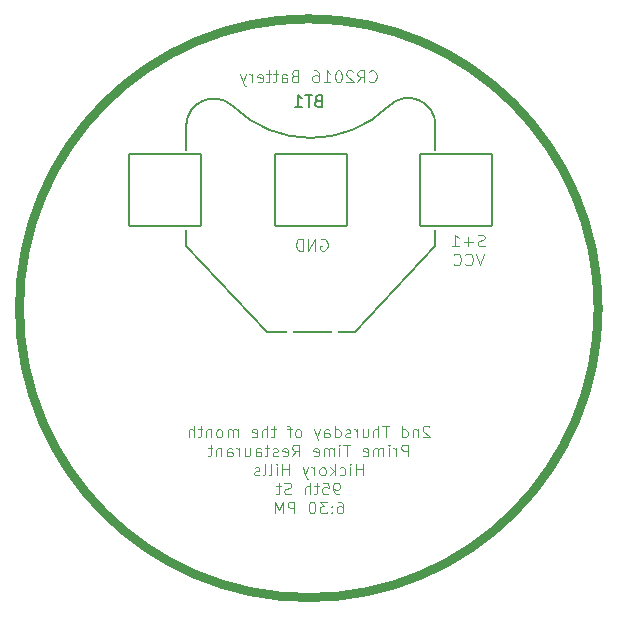
<source format=gbr>
G04 #@! TF.GenerationSoftware,KiCad,Pcbnew,8.0.6*
G04 #@! TF.CreationDate,2024-12-20T00:16:52-06:00*
G04 #@! TF.ProjectId,BCoin2024,42436f69-6e32-4303-9234-2e6b69636164,rev?*
G04 #@! TF.SameCoordinates,Original*
G04 #@! TF.FileFunction,Legend,Bot*
G04 #@! TF.FilePolarity,Positive*
%FSLAX46Y46*%
G04 Gerber Fmt 4.6, Leading zero omitted, Abs format (unit mm)*
G04 Created by KiCad (PCBNEW 8.0.6) date 2024-12-20 00:16:52*
%MOMM*%
%LPD*%
G01*
G04 APERTURE LIST*
G04 Aperture macros list*
%AMRoundRect*
0 Rectangle with rounded corners*
0 $1 Rounding radius*
0 $2 $3 $4 $5 $6 $7 $8 $9 X,Y pos of 4 corners*
0 Add a 4 corners polygon primitive as box body*
4,1,4,$2,$3,$4,$5,$6,$7,$8,$9,$2,$3,0*
0 Add four circle primitives for the rounded corners*
1,1,$1+$1,$2,$3*
1,1,$1+$1,$4,$5*
1,1,$1+$1,$6,$7*
1,1,$1+$1,$8,$9*
0 Add four rect primitives between the rounded corners*
20,1,$1+$1,$2,$3,$4,$5,0*
20,1,$1+$1,$4,$5,$6,$7,0*
20,1,$1+$1,$6,$7,$8,$9,0*
20,1,$1+$1,$8,$9,$2,$3,0*%
G04 Aperture macros list end*
%ADD10C,0.800000*%
%ADD11C,0.100000*%
%ADD12C,0.125000*%
%ADD13C,0.150000*%
%ADD14C,0.127000*%
%ADD15RoundRect,0.102000X3.035000X3.035000X-3.035000X3.035000X-3.035000X-3.035000X3.035000X-3.035000X0*%
%ADD16C,0.600000*%
G04 APERTURE END LIST*
D10*
X159000000Y-90000000D02*
G75*
G02*
X110000000Y-90000000I-24500000J0D01*
G01*
X110000000Y-90000000D02*
G75*
G02*
X159000000Y-90000000I24500000J0D01*
G01*
D11*
X149380951Y-84714856D02*
X149238094Y-84762475D01*
X149238094Y-84762475D02*
X148999999Y-84762475D01*
X148999999Y-84762475D02*
X148904761Y-84714856D01*
X148904761Y-84714856D02*
X148857142Y-84667236D01*
X148857142Y-84667236D02*
X148809523Y-84571998D01*
X148809523Y-84571998D02*
X148809523Y-84476760D01*
X148809523Y-84476760D02*
X148857142Y-84381522D01*
X148857142Y-84381522D02*
X148904761Y-84333903D01*
X148904761Y-84333903D02*
X148999999Y-84286284D01*
X148999999Y-84286284D02*
X149190475Y-84238665D01*
X149190475Y-84238665D02*
X149285713Y-84191046D01*
X149285713Y-84191046D02*
X149333332Y-84143427D01*
X149333332Y-84143427D02*
X149380951Y-84048189D01*
X149380951Y-84048189D02*
X149380951Y-83952951D01*
X149380951Y-83952951D02*
X149333332Y-83857713D01*
X149333332Y-83857713D02*
X149285713Y-83810094D01*
X149285713Y-83810094D02*
X149190475Y-83762475D01*
X149190475Y-83762475D02*
X148952380Y-83762475D01*
X148952380Y-83762475D02*
X148809523Y-83810094D01*
X148380951Y-84381522D02*
X147619047Y-84381522D01*
X147999999Y-84762475D02*
X147999999Y-84000570D01*
X146619047Y-84762475D02*
X147190475Y-84762475D01*
X146904761Y-84762475D02*
X146904761Y-83762475D01*
X146904761Y-83762475D02*
X146999999Y-83905332D01*
X146999999Y-83905332D02*
X147095237Y-84000570D01*
X147095237Y-84000570D02*
X147190475Y-84048189D01*
X149333332Y-85372419D02*
X148999999Y-86372419D01*
X148999999Y-86372419D02*
X148666666Y-85372419D01*
X147761904Y-86277180D02*
X147809523Y-86324800D01*
X147809523Y-86324800D02*
X147952380Y-86372419D01*
X147952380Y-86372419D02*
X148047618Y-86372419D01*
X148047618Y-86372419D02*
X148190475Y-86324800D01*
X148190475Y-86324800D02*
X148285713Y-86229561D01*
X148285713Y-86229561D02*
X148333332Y-86134323D01*
X148333332Y-86134323D02*
X148380951Y-85943847D01*
X148380951Y-85943847D02*
X148380951Y-85800990D01*
X148380951Y-85800990D02*
X148333332Y-85610514D01*
X148333332Y-85610514D02*
X148285713Y-85515276D01*
X148285713Y-85515276D02*
X148190475Y-85420038D01*
X148190475Y-85420038D02*
X148047618Y-85372419D01*
X148047618Y-85372419D02*
X147952380Y-85372419D01*
X147952380Y-85372419D02*
X147809523Y-85420038D01*
X147809523Y-85420038D02*
X147761904Y-85467657D01*
X146761904Y-86277180D02*
X146809523Y-86324800D01*
X146809523Y-86324800D02*
X146952380Y-86372419D01*
X146952380Y-86372419D02*
X147047618Y-86372419D01*
X147047618Y-86372419D02*
X147190475Y-86324800D01*
X147190475Y-86324800D02*
X147285713Y-86229561D01*
X147285713Y-86229561D02*
X147333332Y-86134323D01*
X147333332Y-86134323D02*
X147380951Y-85943847D01*
X147380951Y-85943847D02*
X147380951Y-85800990D01*
X147380951Y-85800990D02*
X147333332Y-85610514D01*
X147333332Y-85610514D02*
X147285713Y-85515276D01*
X147285713Y-85515276D02*
X147190475Y-85420038D01*
X147190475Y-85420038D02*
X147047618Y-85372419D01*
X147047618Y-85372419D02*
X146952380Y-85372419D01*
X146952380Y-85372419D02*
X146809523Y-85420038D01*
X146809523Y-85420038D02*
X146761904Y-85467657D01*
X135511904Y-84170038D02*
X135607142Y-84122419D01*
X135607142Y-84122419D02*
X135749999Y-84122419D01*
X135749999Y-84122419D02*
X135892856Y-84170038D01*
X135892856Y-84170038D02*
X135988094Y-84265276D01*
X135988094Y-84265276D02*
X136035713Y-84360514D01*
X136035713Y-84360514D02*
X136083332Y-84550990D01*
X136083332Y-84550990D02*
X136083332Y-84693847D01*
X136083332Y-84693847D02*
X136035713Y-84884323D01*
X136035713Y-84884323D02*
X135988094Y-84979561D01*
X135988094Y-84979561D02*
X135892856Y-85074800D01*
X135892856Y-85074800D02*
X135749999Y-85122419D01*
X135749999Y-85122419D02*
X135654761Y-85122419D01*
X135654761Y-85122419D02*
X135511904Y-85074800D01*
X135511904Y-85074800D02*
X135464285Y-85027180D01*
X135464285Y-85027180D02*
X135464285Y-84693847D01*
X135464285Y-84693847D02*
X135654761Y-84693847D01*
X135035713Y-85122419D02*
X135035713Y-84122419D01*
X135035713Y-84122419D02*
X134464285Y-85122419D01*
X134464285Y-85122419D02*
X134464285Y-84122419D01*
X133988094Y-85122419D02*
X133988094Y-84122419D01*
X133988094Y-84122419D02*
X133749999Y-84122419D01*
X133749999Y-84122419D02*
X133607142Y-84170038D01*
X133607142Y-84170038D02*
X133511904Y-84265276D01*
X133511904Y-84265276D02*
X133464285Y-84360514D01*
X133464285Y-84360514D02*
X133416666Y-84550990D01*
X133416666Y-84550990D02*
X133416666Y-84693847D01*
X133416666Y-84693847D02*
X133464285Y-84884323D01*
X133464285Y-84884323D02*
X133511904Y-84979561D01*
X133511904Y-84979561D02*
X133607142Y-85074800D01*
X133607142Y-85074800D02*
X133749999Y-85122419D01*
X133749999Y-85122419D02*
X133988094Y-85122419D01*
D12*
X139619048Y-70775880D02*
X139666667Y-70823500D01*
X139666667Y-70823500D02*
X139809524Y-70871119D01*
X139809524Y-70871119D02*
X139904762Y-70871119D01*
X139904762Y-70871119D02*
X140047619Y-70823500D01*
X140047619Y-70823500D02*
X140142857Y-70728261D01*
X140142857Y-70728261D02*
X140190476Y-70633023D01*
X140190476Y-70633023D02*
X140238095Y-70442547D01*
X140238095Y-70442547D02*
X140238095Y-70299690D01*
X140238095Y-70299690D02*
X140190476Y-70109214D01*
X140190476Y-70109214D02*
X140142857Y-70013976D01*
X140142857Y-70013976D02*
X140047619Y-69918738D01*
X140047619Y-69918738D02*
X139904762Y-69871119D01*
X139904762Y-69871119D02*
X139809524Y-69871119D01*
X139809524Y-69871119D02*
X139666667Y-69918738D01*
X139666667Y-69918738D02*
X139619048Y-69966357D01*
X138619048Y-70871119D02*
X138952381Y-70394928D01*
X139190476Y-70871119D02*
X139190476Y-69871119D01*
X139190476Y-69871119D02*
X138809524Y-69871119D01*
X138809524Y-69871119D02*
X138714286Y-69918738D01*
X138714286Y-69918738D02*
X138666667Y-69966357D01*
X138666667Y-69966357D02*
X138619048Y-70061595D01*
X138619048Y-70061595D02*
X138619048Y-70204452D01*
X138619048Y-70204452D02*
X138666667Y-70299690D01*
X138666667Y-70299690D02*
X138714286Y-70347309D01*
X138714286Y-70347309D02*
X138809524Y-70394928D01*
X138809524Y-70394928D02*
X139190476Y-70394928D01*
X138238095Y-69966357D02*
X138190476Y-69918738D01*
X138190476Y-69918738D02*
X138095238Y-69871119D01*
X138095238Y-69871119D02*
X137857143Y-69871119D01*
X137857143Y-69871119D02*
X137761905Y-69918738D01*
X137761905Y-69918738D02*
X137714286Y-69966357D01*
X137714286Y-69966357D02*
X137666667Y-70061595D01*
X137666667Y-70061595D02*
X137666667Y-70156833D01*
X137666667Y-70156833D02*
X137714286Y-70299690D01*
X137714286Y-70299690D02*
X138285714Y-70871119D01*
X138285714Y-70871119D02*
X137666667Y-70871119D01*
X137047619Y-69871119D02*
X136952381Y-69871119D01*
X136952381Y-69871119D02*
X136857143Y-69918738D01*
X136857143Y-69918738D02*
X136809524Y-69966357D01*
X136809524Y-69966357D02*
X136761905Y-70061595D01*
X136761905Y-70061595D02*
X136714286Y-70252071D01*
X136714286Y-70252071D02*
X136714286Y-70490166D01*
X136714286Y-70490166D02*
X136761905Y-70680642D01*
X136761905Y-70680642D02*
X136809524Y-70775880D01*
X136809524Y-70775880D02*
X136857143Y-70823500D01*
X136857143Y-70823500D02*
X136952381Y-70871119D01*
X136952381Y-70871119D02*
X137047619Y-70871119D01*
X137047619Y-70871119D02*
X137142857Y-70823500D01*
X137142857Y-70823500D02*
X137190476Y-70775880D01*
X137190476Y-70775880D02*
X137238095Y-70680642D01*
X137238095Y-70680642D02*
X137285714Y-70490166D01*
X137285714Y-70490166D02*
X137285714Y-70252071D01*
X137285714Y-70252071D02*
X137238095Y-70061595D01*
X137238095Y-70061595D02*
X137190476Y-69966357D01*
X137190476Y-69966357D02*
X137142857Y-69918738D01*
X137142857Y-69918738D02*
X137047619Y-69871119D01*
X135761905Y-70871119D02*
X136333333Y-70871119D01*
X136047619Y-70871119D02*
X136047619Y-69871119D01*
X136047619Y-69871119D02*
X136142857Y-70013976D01*
X136142857Y-70013976D02*
X136238095Y-70109214D01*
X136238095Y-70109214D02*
X136333333Y-70156833D01*
X134904762Y-69871119D02*
X135095238Y-69871119D01*
X135095238Y-69871119D02*
X135190476Y-69918738D01*
X135190476Y-69918738D02*
X135238095Y-69966357D01*
X135238095Y-69966357D02*
X135333333Y-70109214D01*
X135333333Y-70109214D02*
X135380952Y-70299690D01*
X135380952Y-70299690D02*
X135380952Y-70680642D01*
X135380952Y-70680642D02*
X135333333Y-70775880D01*
X135333333Y-70775880D02*
X135285714Y-70823500D01*
X135285714Y-70823500D02*
X135190476Y-70871119D01*
X135190476Y-70871119D02*
X135000000Y-70871119D01*
X135000000Y-70871119D02*
X134904762Y-70823500D01*
X134904762Y-70823500D02*
X134857143Y-70775880D01*
X134857143Y-70775880D02*
X134809524Y-70680642D01*
X134809524Y-70680642D02*
X134809524Y-70442547D01*
X134809524Y-70442547D02*
X134857143Y-70347309D01*
X134857143Y-70347309D02*
X134904762Y-70299690D01*
X134904762Y-70299690D02*
X135000000Y-70252071D01*
X135000000Y-70252071D02*
X135190476Y-70252071D01*
X135190476Y-70252071D02*
X135285714Y-70299690D01*
X135285714Y-70299690D02*
X135333333Y-70347309D01*
X135333333Y-70347309D02*
X135380952Y-70442547D01*
X133285714Y-70347309D02*
X133142857Y-70394928D01*
X133142857Y-70394928D02*
X133095238Y-70442547D01*
X133095238Y-70442547D02*
X133047619Y-70537785D01*
X133047619Y-70537785D02*
X133047619Y-70680642D01*
X133047619Y-70680642D02*
X133095238Y-70775880D01*
X133095238Y-70775880D02*
X133142857Y-70823500D01*
X133142857Y-70823500D02*
X133238095Y-70871119D01*
X133238095Y-70871119D02*
X133619047Y-70871119D01*
X133619047Y-70871119D02*
X133619047Y-69871119D01*
X133619047Y-69871119D02*
X133285714Y-69871119D01*
X133285714Y-69871119D02*
X133190476Y-69918738D01*
X133190476Y-69918738D02*
X133142857Y-69966357D01*
X133142857Y-69966357D02*
X133095238Y-70061595D01*
X133095238Y-70061595D02*
X133095238Y-70156833D01*
X133095238Y-70156833D02*
X133142857Y-70252071D01*
X133142857Y-70252071D02*
X133190476Y-70299690D01*
X133190476Y-70299690D02*
X133285714Y-70347309D01*
X133285714Y-70347309D02*
X133619047Y-70347309D01*
X132190476Y-70871119D02*
X132190476Y-70347309D01*
X132190476Y-70347309D02*
X132238095Y-70252071D01*
X132238095Y-70252071D02*
X132333333Y-70204452D01*
X132333333Y-70204452D02*
X132523809Y-70204452D01*
X132523809Y-70204452D02*
X132619047Y-70252071D01*
X132190476Y-70823500D02*
X132285714Y-70871119D01*
X132285714Y-70871119D02*
X132523809Y-70871119D01*
X132523809Y-70871119D02*
X132619047Y-70823500D01*
X132619047Y-70823500D02*
X132666666Y-70728261D01*
X132666666Y-70728261D02*
X132666666Y-70633023D01*
X132666666Y-70633023D02*
X132619047Y-70537785D01*
X132619047Y-70537785D02*
X132523809Y-70490166D01*
X132523809Y-70490166D02*
X132285714Y-70490166D01*
X132285714Y-70490166D02*
X132190476Y-70442547D01*
X131857142Y-70204452D02*
X131476190Y-70204452D01*
X131714285Y-69871119D02*
X131714285Y-70728261D01*
X131714285Y-70728261D02*
X131666666Y-70823500D01*
X131666666Y-70823500D02*
X131571428Y-70871119D01*
X131571428Y-70871119D02*
X131476190Y-70871119D01*
X131285713Y-70204452D02*
X130904761Y-70204452D01*
X131142856Y-69871119D02*
X131142856Y-70728261D01*
X131142856Y-70728261D02*
X131095237Y-70823500D01*
X131095237Y-70823500D02*
X130999999Y-70871119D01*
X130999999Y-70871119D02*
X130904761Y-70871119D01*
X130190475Y-70823500D02*
X130285713Y-70871119D01*
X130285713Y-70871119D02*
X130476189Y-70871119D01*
X130476189Y-70871119D02*
X130571427Y-70823500D01*
X130571427Y-70823500D02*
X130619046Y-70728261D01*
X130619046Y-70728261D02*
X130619046Y-70347309D01*
X130619046Y-70347309D02*
X130571427Y-70252071D01*
X130571427Y-70252071D02*
X130476189Y-70204452D01*
X130476189Y-70204452D02*
X130285713Y-70204452D01*
X130285713Y-70204452D02*
X130190475Y-70252071D01*
X130190475Y-70252071D02*
X130142856Y-70347309D01*
X130142856Y-70347309D02*
X130142856Y-70442547D01*
X130142856Y-70442547D02*
X130619046Y-70537785D01*
X129714284Y-70871119D02*
X129714284Y-70204452D01*
X129714284Y-70394928D02*
X129666665Y-70299690D01*
X129666665Y-70299690D02*
X129619046Y-70252071D01*
X129619046Y-70252071D02*
X129523808Y-70204452D01*
X129523808Y-70204452D02*
X129428570Y-70204452D01*
X129190474Y-70204452D02*
X128952379Y-70871119D01*
X128714284Y-70204452D02*
X128952379Y-70871119D01*
X128952379Y-70871119D02*
X129047617Y-71109214D01*
X129047617Y-71109214D02*
X129095236Y-71156833D01*
X129095236Y-71156833D02*
X129190474Y-71204452D01*
D11*
X144714287Y-100027881D02*
X144666668Y-99980262D01*
X144666668Y-99980262D02*
X144571430Y-99932643D01*
X144571430Y-99932643D02*
X144333335Y-99932643D01*
X144333335Y-99932643D02*
X144238097Y-99980262D01*
X144238097Y-99980262D02*
X144190478Y-100027881D01*
X144190478Y-100027881D02*
X144142859Y-100123119D01*
X144142859Y-100123119D02*
X144142859Y-100218357D01*
X144142859Y-100218357D02*
X144190478Y-100361214D01*
X144190478Y-100361214D02*
X144761906Y-100932643D01*
X144761906Y-100932643D02*
X144142859Y-100932643D01*
X143714287Y-100265976D02*
X143714287Y-100932643D01*
X143714287Y-100361214D02*
X143666668Y-100313595D01*
X143666668Y-100313595D02*
X143571430Y-100265976D01*
X143571430Y-100265976D02*
X143428573Y-100265976D01*
X143428573Y-100265976D02*
X143333335Y-100313595D01*
X143333335Y-100313595D02*
X143285716Y-100408833D01*
X143285716Y-100408833D02*
X143285716Y-100932643D01*
X142380954Y-100932643D02*
X142380954Y-99932643D01*
X142380954Y-100885024D02*
X142476192Y-100932643D01*
X142476192Y-100932643D02*
X142666668Y-100932643D01*
X142666668Y-100932643D02*
X142761906Y-100885024D01*
X142761906Y-100885024D02*
X142809525Y-100837404D01*
X142809525Y-100837404D02*
X142857144Y-100742166D01*
X142857144Y-100742166D02*
X142857144Y-100456452D01*
X142857144Y-100456452D02*
X142809525Y-100361214D01*
X142809525Y-100361214D02*
X142761906Y-100313595D01*
X142761906Y-100313595D02*
X142666668Y-100265976D01*
X142666668Y-100265976D02*
X142476192Y-100265976D01*
X142476192Y-100265976D02*
X142380954Y-100313595D01*
X141285715Y-99932643D02*
X140714287Y-99932643D01*
X141000001Y-100932643D02*
X141000001Y-99932643D01*
X140380953Y-100932643D02*
X140380953Y-99932643D01*
X139952382Y-100932643D02*
X139952382Y-100408833D01*
X139952382Y-100408833D02*
X140000001Y-100313595D01*
X140000001Y-100313595D02*
X140095239Y-100265976D01*
X140095239Y-100265976D02*
X140238096Y-100265976D01*
X140238096Y-100265976D02*
X140333334Y-100313595D01*
X140333334Y-100313595D02*
X140380953Y-100361214D01*
X139047620Y-100265976D02*
X139047620Y-100932643D01*
X139476191Y-100265976D02*
X139476191Y-100789785D01*
X139476191Y-100789785D02*
X139428572Y-100885024D01*
X139428572Y-100885024D02*
X139333334Y-100932643D01*
X139333334Y-100932643D02*
X139190477Y-100932643D01*
X139190477Y-100932643D02*
X139095239Y-100885024D01*
X139095239Y-100885024D02*
X139047620Y-100837404D01*
X138571429Y-100932643D02*
X138571429Y-100265976D01*
X138571429Y-100456452D02*
X138523810Y-100361214D01*
X138523810Y-100361214D02*
X138476191Y-100313595D01*
X138476191Y-100313595D02*
X138380953Y-100265976D01*
X138380953Y-100265976D02*
X138285715Y-100265976D01*
X138000000Y-100885024D02*
X137904762Y-100932643D01*
X137904762Y-100932643D02*
X137714286Y-100932643D01*
X137714286Y-100932643D02*
X137619048Y-100885024D01*
X137619048Y-100885024D02*
X137571429Y-100789785D01*
X137571429Y-100789785D02*
X137571429Y-100742166D01*
X137571429Y-100742166D02*
X137619048Y-100646928D01*
X137619048Y-100646928D02*
X137714286Y-100599309D01*
X137714286Y-100599309D02*
X137857143Y-100599309D01*
X137857143Y-100599309D02*
X137952381Y-100551690D01*
X137952381Y-100551690D02*
X138000000Y-100456452D01*
X138000000Y-100456452D02*
X138000000Y-100408833D01*
X138000000Y-100408833D02*
X137952381Y-100313595D01*
X137952381Y-100313595D02*
X137857143Y-100265976D01*
X137857143Y-100265976D02*
X137714286Y-100265976D01*
X137714286Y-100265976D02*
X137619048Y-100313595D01*
X136714286Y-100932643D02*
X136714286Y-99932643D01*
X136714286Y-100885024D02*
X136809524Y-100932643D01*
X136809524Y-100932643D02*
X137000000Y-100932643D01*
X137000000Y-100932643D02*
X137095238Y-100885024D01*
X137095238Y-100885024D02*
X137142857Y-100837404D01*
X137142857Y-100837404D02*
X137190476Y-100742166D01*
X137190476Y-100742166D02*
X137190476Y-100456452D01*
X137190476Y-100456452D02*
X137142857Y-100361214D01*
X137142857Y-100361214D02*
X137095238Y-100313595D01*
X137095238Y-100313595D02*
X137000000Y-100265976D01*
X137000000Y-100265976D02*
X136809524Y-100265976D01*
X136809524Y-100265976D02*
X136714286Y-100313595D01*
X135809524Y-100932643D02*
X135809524Y-100408833D01*
X135809524Y-100408833D02*
X135857143Y-100313595D01*
X135857143Y-100313595D02*
X135952381Y-100265976D01*
X135952381Y-100265976D02*
X136142857Y-100265976D01*
X136142857Y-100265976D02*
X136238095Y-100313595D01*
X135809524Y-100885024D02*
X135904762Y-100932643D01*
X135904762Y-100932643D02*
X136142857Y-100932643D01*
X136142857Y-100932643D02*
X136238095Y-100885024D01*
X136238095Y-100885024D02*
X136285714Y-100789785D01*
X136285714Y-100789785D02*
X136285714Y-100694547D01*
X136285714Y-100694547D02*
X136238095Y-100599309D01*
X136238095Y-100599309D02*
X136142857Y-100551690D01*
X136142857Y-100551690D02*
X135904762Y-100551690D01*
X135904762Y-100551690D02*
X135809524Y-100504071D01*
X135428571Y-100265976D02*
X135190476Y-100932643D01*
X134952381Y-100265976D02*
X135190476Y-100932643D01*
X135190476Y-100932643D02*
X135285714Y-101170738D01*
X135285714Y-101170738D02*
X135333333Y-101218357D01*
X135333333Y-101218357D02*
X135428571Y-101265976D01*
X133666666Y-100932643D02*
X133761904Y-100885024D01*
X133761904Y-100885024D02*
X133809523Y-100837404D01*
X133809523Y-100837404D02*
X133857142Y-100742166D01*
X133857142Y-100742166D02*
X133857142Y-100456452D01*
X133857142Y-100456452D02*
X133809523Y-100361214D01*
X133809523Y-100361214D02*
X133761904Y-100313595D01*
X133761904Y-100313595D02*
X133666666Y-100265976D01*
X133666666Y-100265976D02*
X133523809Y-100265976D01*
X133523809Y-100265976D02*
X133428571Y-100313595D01*
X133428571Y-100313595D02*
X133380952Y-100361214D01*
X133380952Y-100361214D02*
X133333333Y-100456452D01*
X133333333Y-100456452D02*
X133333333Y-100742166D01*
X133333333Y-100742166D02*
X133380952Y-100837404D01*
X133380952Y-100837404D02*
X133428571Y-100885024D01*
X133428571Y-100885024D02*
X133523809Y-100932643D01*
X133523809Y-100932643D02*
X133666666Y-100932643D01*
X133047618Y-100265976D02*
X132666666Y-100265976D01*
X132904761Y-100932643D02*
X132904761Y-100075500D01*
X132904761Y-100075500D02*
X132857142Y-99980262D01*
X132857142Y-99980262D02*
X132761904Y-99932643D01*
X132761904Y-99932643D02*
X132666666Y-99932643D01*
X131714284Y-100265976D02*
X131333332Y-100265976D01*
X131571427Y-99932643D02*
X131571427Y-100789785D01*
X131571427Y-100789785D02*
X131523808Y-100885024D01*
X131523808Y-100885024D02*
X131428570Y-100932643D01*
X131428570Y-100932643D02*
X131333332Y-100932643D01*
X130999998Y-100932643D02*
X130999998Y-99932643D01*
X130571427Y-100932643D02*
X130571427Y-100408833D01*
X130571427Y-100408833D02*
X130619046Y-100313595D01*
X130619046Y-100313595D02*
X130714284Y-100265976D01*
X130714284Y-100265976D02*
X130857141Y-100265976D01*
X130857141Y-100265976D02*
X130952379Y-100313595D01*
X130952379Y-100313595D02*
X130999998Y-100361214D01*
X129714284Y-100885024D02*
X129809522Y-100932643D01*
X129809522Y-100932643D02*
X129999998Y-100932643D01*
X129999998Y-100932643D02*
X130095236Y-100885024D01*
X130095236Y-100885024D02*
X130142855Y-100789785D01*
X130142855Y-100789785D02*
X130142855Y-100408833D01*
X130142855Y-100408833D02*
X130095236Y-100313595D01*
X130095236Y-100313595D02*
X129999998Y-100265976D01*
X129999998Y-100265976D02*
X129809522Y-100265976D01*
X129809522Y-100265976D02*
X129714284Y-100313595D01*
X129714284Y-100313595D02*
X129666665Y-100408833D01*
X129666665Y-100408833D02*
X129666665Y-100504071D01*
X129666665Y-100504071D02*
X130142855Y-100599309D01*
X128476188Y-100932643D02*
X128476188Y-100265976D01*
X128476188Y-100361214D02*
X128428569Y-100313595D01*
X128428569Y-100313595D02*
X128333331Y-100265976D01*
X128333331Y-100265976D02*
X128190474Y-100265976D01*
X128190474Y-100265976D02*
X128095236Y-100313595D01*
X128095236Y-100313595D02*
X128047617Y-100408833D01*
X128047617Y-100408833D02*
X128047617Y-100932643D01*
X128047617Y-100408833D02*
X127999998Y-100313595D01*
X127999998Y-100313595D02*
X127904760Y-100265976D01*
X127904760Y-100265976D02*
X127761903Y-100265976D01*
X127761903Y-100265976D02*
X127666664Y-100313595D01*
X127666664Y-100313595D02*
X127619045Y-100408833D01*
X127619045Y-100408833D02*
X127619045Y-100932643D01*
X126999998Y-100932643D02*
X127095236Y-100885024D01*
X127095236Y-100885024D02*
X127142855Y-100837404D01*
X127142855Y-100837404D02*
X127190474Y-100742166D01*
X127190474Y-100742166D02*
X127190474Y-100456452D01*
X127190474Y-100456452D02*
X127142855Y-100361214D01*
X127142855Y-100361214D02*
X127095236Y-100313595D01*
X127095236Y-100313595D02*
X126999998Y-100265976D01*
X126999998Y-100265976D02*
X126857141Y-100265976D01*
X126857141Y-100265976D02*
X126761903Y-100313595D01*
X126761903Y-100313595D02*
X126714284Y-100361214D01*
X126714284Y-100361214D02*
X126666665Y-100456452D01*
X126666665Y-100456452D02*
X126666665Y-100742166D01*
X126666665Y-100742166D02*
X126714284Y-100837404D01*
X126714284Y-100837404D02*
X126761903Y-100885024D01*
X126761903Y-100885024D02*
X126857141Y-100932643D01*
X126857141Y-100932643D02*
X126999998Y-100932643D01*
X126238093Y-100265976D02*
X126238093Y-100932643D01*
X126238093Y-100361214D02*
X126190474Y-100313595D01*
X126190474Y-100313595D02*
X126095236Y-100265976D01*
X126095236Y-100265976D02*
X125952379Y-100265976D01*
X125952379Y-100265976D02*
X125857141Y-100313595D01*
X125857141Y-100313595D02*
X125809522Y-100408833D01*
X125809522Y-100408833D02*
X125809522Y-100932643D01*
X125476188Y-100265976D02*
X125095236Y-100265976D01*
X125333331Y-99932643D02*
X125333331Y-100789785D01*
X125333331Y-100789785D02*
X125285712Y-100885024D01*
X125285712Y-100885024D02*
X125190474Y-100932643D01*
X125190474Y-100932643D02*
X125095236Y-100932643D01*
X124761902Y-100932643D02*
X124761902Y-99932643D01*
X124333331Y-100932643D02*
X124333331Y-100408833D01*
X124333331Y-100408833D02*
X124380950Y-100313595D01*
X124380950Y-100313595D02*
X124476188Y-100265976D01*
X124476188Y-100265976D02*
X124619045Y-100265976D01*
X124619045Y-100265976D02*
X124714283Y-100313595D01*
X124714283Y-100313595D02*
X124761902Y-100361214D01*
X142904762Y-102542587D02*
X142904762Y-101542587D01*
X142904762Y-101542587D02*
X142523810Y-101542587D01*
X142523810Y-101542587D02*
X142428572Y-101590206D01*
X142428572Y-101590206D02*
X142380953Y-101637825D01*
X142380953Y-101637825D02*
X142333334Y-101733063D01*
X142333334Y-101733063D02*
X142333334Y-101875920D01*
X142333334Y-101875920D02*
X142380953Y-101971158D01*
X142380953Y-101971158D02*
X142428572Y-102018777D01*
X142428572Y-102018777D02*
X142523810Y-102066396D01*
X142523810Y-102066396D02*
X142904762Y-102066396D01*
X141904762Y-102542587D02*
X141904762Y-101875920D01*
X141904762Y-102066396D02*
X141857143Y-101971158D01*
X141857143Y-101971158D02*
X141809524Y-101923539D01*
X141809524Y-101923539D02*
X141714286Y-101875920D01*
X141714286Y-101875920D02*
X141619048Y-101875920D01*
X141285714Y-102542587D02*
X141285714Y-101875920D01*
X141285714Y-101542587D02*
X141333333Y-101590206D01*
X141333333Y-101590206D02*
X141285714Y-101637825D01*
X141285714Y-101637825D02*
X141238095Y-101590206D01*
X141238095Y-101590206D02*
X141285714Y-101542587D01*
X141285714Y-101542587D02*
X141285714Y-101637825D01*
X140809524Y-102542587D02*
X140809524Y-101875920D01*
X140809524Y-101971158D02*
X140761905Y-101923539D01*
X140761905Y-101923539D02*
X140666667Y-101875920D01*
X140666667Y-101875920D02*
X140523810Y-101875920D01*
X140523810Y-101875920D02*
X140428572Y-101923539D01*
X140428572Y-101923539D02*
X140380953Y-102018777D01*
X140380953Y-102018777D02*
X140380953Y-102542587D01*
X140380953Y-102018777D02*
X140333334Y-101923539D01*
X140333334Y-101923539D02*
X140238096Y-101875920D01*
X140238096Y-101875920D02*
X140095239Y-101875920D01*
X140095239Y-101875920D02*
X140000000Y-101923539D01*
X140000000Y-101923539D02*
X139952381Y-102018777D01*
X139952381Y-102018777D02*
X139952381Y-102542587D01*
X139095239Y-102494968D02*
X139190477Y-102542587D01*
X139190477Y-102542587D02*
X139380953Y-102542587D01*
X139380953Y-102542587D02*
X139476191Y-102494968D01*
X139476191Y-102494968D02*
X139523810Y-102399729D01*
X139523810Y-102399729D02*
X139523810Y-102018777D01*
X139523810Y-102018777D02*
X139476191Y-101923539D01*
X139476191Y-101923539D02*
X139380953Y-101875920D01*
X139380953Y-101875920D02*
X139190477Y-101875920D01*
X139190477Y-101875920D02*
X139095239Y-101923539D01*
X139095239Y-101923539D02*
X139047620Y-102018777D01*
X139047620Y-102018777D02*
X139047620Y-102114015D01*
X139047620Y-102114015D02*
X139523810Y-102209253D01*
X138000000Y-101542587D02*
X137428572Y-101542587D01*
X137714286Y-102542587D02*
X137714286Y-101542587D01*
X137095238Y-102542587D02*
X137095238Y-101875920D01*
X137095238Y-101542587D02*
X137142857Y-101590206D01*
X137142857Y-101590206D02*
X137095238Y-101637825D01*
X137095238Y-101637825D02*
X137047619Y-101590206D01*
X137047619Y-101590206D02*
X137095238Y-101542587D01*
X137095238Y-101542587D02*
X137095238Y-101637825D01*
X136619048Y-102542587D02*
X136619048Y-101875920D01*
X136619048Y-101971158D02*
X136571429Y-101923539D01*
X136571429Y-101923539D02*
X136476191Y-101875920D01*
X136476191Y-101875920D02*
X136333334Y-101875920D01*
X136333334Y-101875920D02*
X136238096Y-101923539D01*
X136238096Y-101923539D02*
X136190477Y-102018777D01*
X136190477Y-102018777D02*
X136190477Y-102542587D01*
X136190477Y-102018777D02*
X136142858Y-101923539D01*
X136142858Y-101923539D02*
X136047620Y-101875920D01*
X136047620Y-101875920D02*
X135904763Y-101875920D01*
X135904763Y-101875920D02*
X135809524Y-101923539D01*
X135809524Y-101923539D02*
X135761905Y-102018777D01*
X135761905Y-102018777D02*
X135761905Y-102542587D01*
X134904763Y-102494968D02*
X135000001Y-102542587D01*
X135000001Y-102542587D02*
X135190477Y-102542587D01*
X135190477Y-102542587D02*
X135285715Y-102494968D01*
X135285715Y-102494968D02*
X135333334Y-102399729D01*
X135333334Y-102399729D02*
X135333334Y-102018777D01*
X135333334Y-102018777D02*
X135285715Y-101923539D01*
X135285715Y-101923539D02*
X135190477Y-101875920D01*
X135190477Y-101875920D02*
X135000001Y-101875920D01*
X135000001Y-101875920D02*
X134904763Y-101923539D01*
X134904763Y-101923539D02*
X134857144Y-102018777D01*
X134857144Y-102018777D02*
X134857144Y-102114015D01*
X134857144Y-102114015D02*
X135333334Y-102209253D01*
X133095239Y-102542587D02*
X133428572Y-102066396D01*
X133666667Y-102542587D02*
X133666667Y-101542587D01*
X133666667Y-101542587D02*
X133285715Y-101542587D01*
X133285715Y-101542587D02*
X133190477Y-101590206D01*
X133190477Y-101590206D02*
X133142858Y-101637825D01*
X133142858Y-101637825D02*
X133095239Y-101733063D01*
X133095239Y-101733063D02*
X133095239Y-101875920D01*
X133095239Y-101875920D02*
X133142858Y-101971158D01*
X133142858Y-101971158D02*
X133190477Y-102018777D01*
X133190477Y-102018777D02*
X133285715Y-102066396D01*
X133285715Y-102066396D02*
X133666667Y-102066396D01*
X132285715Y-102494968D02*
X132380953Y-102542587D01*
X132380953Y-102542587D02*
X132571429Y-102542587D01*
X132571429Y-102542587D02*
X132666667Y-102494968D01*
X132666667Y-102494968D02*
X132714286Y-102399729D01*
X132714286Y-102399729D02*
X132714286Y-102018777D01*
X132714286Y-102018777D02*
X132666667Y-101923539D01*
X132666667Y-101923539D02*
X132571429Y-101875920D01*
X132571429Y-101875920D02*
X132380953Y-101875920D01*
X132380953Y-101875920D02*
X132285715Y-101923539D01*
X132285715Y-101923539D02*
X132238096Y-102018777D01*
X132238096Y-102018777D02*
X132238096Y-102114015D01*
X132238096Y-102114015D02*
X132714286Y-102209253D01*
X131857143Y-102494968D02*
X131761905Y-102542587D01*
X131761905Y-102542587D02*
X131571429Y-102542587D01*
X131571429Y-102542587D02*
X131476191Y-102494968D01*
X131476191Y-102494968D02*
X131428572Y-102399729D01*
X131428572Y-102399729D02*
X131428572Y-102352110D01*
X131428572Y-102352110D02*
X131476191Y-102256872D01*
X131476191Y-102256872D02*
X131571429Y-102209253D01*
X131571429Y-102209253D02*
X131714286Y-102209253D01*
X131714286Y-102209253D02*
X131809524Y-102161634D01*
X131809524Y-102161634D02*
X131857143Y-102066396D01*
X131857143Y-102066396D02*
X131857143Y-102018777D01*
X131857143Y-102018777D02*
X131809524Y-101923539D01*
X131809524Y-101923539D02*
X131714286Y-101875920D01*
X131714286Y-101875920D02*
X131571429Y-101875920D01*
X131571429Y-101875920D02*
X131476191Y-101923539D01*
X131142857Y-101875920D02*
X130761905Y-101875920D01*
X131000000Y-101542587D02*
X131000000Y-102399729D01*
X131000000Y-102399729D02*
X130952381Y-102494968D01*
X130952381Y-102494968D02*
X130857143Y-102542587D01*
X130857143Y-102542587D02*
X130761905Y-102542587D01*
X130000000Y-102542587D02*
X130000000Y-102018777D01*
X130000000Y-102018777D02*
X130047619Y-101923539D01*
X130047619Y-101923539D02*
X130142857Y-101875920D01*
X130142857Y-101875920D02*
X130333333Y-101875920D01*
X130333333Y-101875920D02*
X130428571Y-101923539D01*
X130000000Y-102494968D02*
X130095238Y-102542587D01*
X130095238Y-102542587D02*
X130333333Y-102542587D01*
X130333333Y-102542587D02*
X130428571Y-102494968D01*
X130428571Y-102494968D02*
X130476190Y-102399729D01*
X130476190Y-102399729D02*
X130476190Y-102304491D01*
X130476190Y-102304491D02*
X130428571Y-102209253D01*
X130428571Y-102209253D02*
X130333333Y-102161634D01*
X130333333Y-102161634D02*
X130095238Y-102161634D01*
X130095238Y-102161634D02*
X130000000Y-102114015D01*
X129095238Y-101875920D02*
X129095238Y-102542587D01*
X129523809Y-101875920D02*
X129523809Y-102399729D01*
X129523809Y-102399729D02*
X129476190Y-102494968D01*
X129476190Y-102494968D02*
X129380952Y-102542587D01*
X129380952Y-102542587D02*
X129238095Y-102542587D01*
X129238095Y-102542587D02*
X129142857Y-102494968D01*
X129142857Y-102494968D02*
X129095238Y-102447348D01*
X128619047Y-102542587D02*
X128619047Y-101875920D01*
X128619047Y-102066396D02*
X128571428Y-101971158D01*
X128571428Y-101971158D02*
X128523809Y-101923539D01*
X128523809Y-101923539D02*
X128428571Y-101875920D01*
X128428571Y-101875920D02*
X128333333Y-101875920D01*
X127571428Y-102542587D02*
X127571428Y-102018777D01*
X127571428Y-102018777D02*
X127619047Y-101923539D01*
X127619047Y-101923539D02*
X127714285Y-101875920D01*
X127714285Y-101875920D02*
X127904761Y-101875920D01*
X127904761Y-101875920D02*
X127999999Y-101923539D01*
X127571428Y-102494968D02*
X127666666Y-102542587D01*
X127666666Y-102542587D02*
X127904761Y-102542587D01*
X127904761Y-102542587D02*
X127999999Y-102494968D01*
X127999999Y-102494968D02*
X128047618Y-102399729D01*
X128047618Y-102399729D02*
X128047618Y-102304491D01*
X128047618Y-102304491D02*
X127999999Y-102209253D01*
X127999999Y-102209253D02*
X127904761Y-102161634D01*
X127904761Y-102161634D02*
X127666666Y-102161634D01*
X127666666Y-102161634D02*
X127571428Y-102114015D01*
X127095237Y-101875920D02*
X127095237Y-102542587D01*
X127095237Y-101971158D02*
X127047618Y-101923539D01*
X127047618Y-101923539D02*
X126952380Y-101875920D01*
X126952380Y-101875920D02*
X126809523Y-101875920D01*
X126809523Y-101875920D02*
X126714285Y-101923539D01*
X126714285Y-101923539D02*
X126666666Y-102018777D01*
X126666666Y-102018777D02*
X126666666Y-102542587D01*
X126333332Y-101875920D02*
X125952380Y-101875920D01*
X126190475Y-101542587D02*
X126190475Y-102399729D01*
X126190475Y-102399729D02*
X126142856Y-102494968D01*
X126142856Y-102494968D02*
X126047618Y-102542587D01*
X126047618Y-102542587D02*
X125952380Y-102542587D01*
X139071428Y-104152531D02*
X139071428Y-103152531D01*
X139071428Y-103628721D02*
X138500000Y-103628721D01*
X138500000Y-104152531D02*
X138500000Y-103152531D01*
X138023809Y-104152531D02*
X138023809Y-103485864D01*
X138023809Y-103152531D02*
X138071428Y-103200150D01*
X138071428Y-103200150D02*
X138023809Y-103247769D01*
X138023809Y-103247769D02*
X137976190Y-103200150D01*
X137976190Y-103200150D02*
X138023809Y-103152531D01*
X138023809Y-103152531D02*
X138023809Y-103247769D01*
X137119048Y-104104912D02*
X137214286Y-104152531D01*
X137214286Y-104152531D02*
X137404762Y-104152531D01*
X137404762Y-104152531D02*
X137500000Y-104104912D01*
X137500000Y-104104912D02*
X137547619Y-104057292D01*
X137547619Y-104057292D02*
X137595238Y-103962054D01*
X137595238Y-103962054D02*
X137595238Y-103676340D01*
X137595238Y-103676340D02*
X137547619Y-103581102D01*
X137547619Y-103581102D02*
X137500000Y-103533483D01*
X137500000Y-103533483D02*
X137404762Y-103485864D01*
X137404762Y-103485864D02*
X137214286Y-103485864D01*
X137214286Y-103485864D02*
X137119048Y-103533483D01*
X136690476Y-104152531D02*
X136690476Y-103152531D01*
X136595238Y-103771578D02*
X136309524Y-104152531D01*
X136309524Y-103485864D02*
X136690476Y-103866816D01*
X135738095Y-104152531D02*
X135833333Y-104104912D01*
X135833333Y-104104912D02*
X135880952Y-104057292D01*
X135880952Y-104057292D02*
X135928571Y-103962054D01*
X135928571Y-103962054D02*
X135928571Y-103676340D01*
X135928571Y-103676340D02*
X135880952Y-103581102D01*
X135880952Y-103581102D02*
X135833333Y-103533483D01*
X135833333Y-103533483D02*
X135738095Y-103485864D01*
X135738095Y-103485864D02*
X135595238Y-103485864D01*
X135595238Y-103485864D02*
X135500000Y-103533483D01*
X135500000Y-103533483D02*
X135452381Y-103581102D01*
X135452381Y-103581102D02*
X135404762Y-103676340D01*
X135404762Y-103676340D02*
X135404762Y-103962054D01*
X135404762Y-103962054D02*
X135452381Y-104057292D01*
X135452381Y-104057292D02*
X135500000Y-104104912D01*
X135500000Y-104104912D02*
X135595238Y-104152531D01*
X135595238Y-104152531D02*
X135738095Y-104152531D01*
X134976190Y-104152531D02*
X134976190Y-103485864D01*
X134976190Y-103676340D02*
X134928571Y-103581102D01*
X134928571Y-103581102D02*
X134880952Y-103533483D01*
X134880952Y-103533483D02*
X134785714Y-103485864D01*
X134785714Y-103485864D02*
X134690476Y-103485864D01*
X134452380Y-103485864D02*
X134214285Y-104152531D01*
X133976190Y-103485864D02*
X134214285Y-104152531D01*
X134214285Y-104152531D02*
X134309523Y-104390626D01*
X134309523Y-104390626D02*
X134357142Y-104438245D01*
X134357142Y-104438245D02*
X134452380Y-104485864D01*
X132833332Y-104152531D02*
X132833332Y-103152531D01*
X132833332Y-103628721D02*
X132261904Y-103628721D01*
X132261904Y-104152531D02*
X132261904Y-103152531D01*
X131785713Y-104152531D02*
X131785713Y-103485864D01*
X131785713Y-103152531D02*
X131833332Y-103200150D01*
X131833332Y-103200150D02*
X131785713Y-103247769D01*
X131785713Y-103247769D02*
X131738094Y-103200150D01*
X131738094Y-103200150D02*
X131785713Y-103152531D01*
X131785713Y-103152531D02*
X131785713Y-103247769D01*
X131166666Y-104152531D02*
X131261904Y-104104912D01*
X131261904Y-104104912D02*
X131309523Y-104009673D01*
X131309523Y-104009673D02*
X131309523Y-103152531D01*
X130642856Y-104152531D02*
X130738094Y-104104912D01*
X130738094Y-104104912D02*
X130785713Y-104009673D01*
X130785713Y-104009673D02*
X130785713Y-103152531D01*
X130309522Y-104104912D02*
X130214284Y-104152531D01*
X130214284Y-104152531D02*
X130023808Y-104152531D01*
X130023808Y-104152531D02*
X129928570Y-104104912D01*
X129928570Y-104104912D02*
X129880951Y-104009673D01*
X129880951Y-104009673D02*
X129880951Y-103962054D01*
X129880951Y-103962054D02*
X129928570Y-103866816D01*
X129928570Y-103866816D02*
X130023808Y-103819197D01*
X130023808Y-103819197D02*
X130166665Y-103819197D01*
X130166665Y-103819197D02*
X130261903Y-103771578D01*
X130261903Y-103771578D02*
X130309522Y-103676340D01*
X130309522Y-103676340D02*
X130309522Y-103628721D01*
X130309522Y-103628721D02*
X130261903Y-103533483D01*
X130261903Y-103533483D02*
X130166665Y-103485864D01*
X130166665Y-103485864D02*
X130023808Y-103485864D01*
X130023808Y-103485864D02*
X129928570Y-103533483D01*
X137047619Y-105762475D02*
X136857143Y-105762475D01*
X136857143Y-105762475D02*
X136761905Y-105714856D01*
X136761905Y-105714856D02*
X136714286Y-105667236D01*
X136714286Y-105667236D02*
X136619048Y-105524379D01*
X136619048Y-105524379D02*
X136571429Y-105333903D01*
X136571429Y-105333903D02*
X136571429Y-104952951D01*
X136571429Y-104952951D02*
X136619048Y-104857713D01*
X136619048Y-104857713D02*
X136666667Y-104810094D01*
X136666667Y-104810094D02*
X136761905Y-104762475D01*
X136761905Y-104762475D02*
X136952381Y-104762475D01*
X136952381Y-104762475D02*
X137047619Y-104810094D01*
X137047619Y-104810094D02*
X137095238Y-104857713D01*
X137095238Y-104857713D02*
X137142857Y-104952951D01*
X137142857Y-104952951D02*
X137142857Y-105191046D01*
X137142857Y-105191046D02*
X137095238Y-105286284D01*
X137095238Y-105286284D02*
X137047619Y-105333903D01*
X137047619Y-105333903D02*
X136952381Y-105381522D01*
X136952381Y-105381522D02*
X136761905Y-105381522D01*
X136761905Y-105381522D02*
X136666667Y-105333903D01*
X136666667Y-105333903D02*
X136619048Y-105286284D01*
X136619048Y-105286284D02*
X136571429Y-105191046D01*
X135666667Y-104762475D02*
X136142857Y-104762475D01*
X136142857Y-104762475D02*
X136190476Y-105238665D01*
X136190476Y-105238665D02*
X136142857Y-105191046D01*
X136142857Y-105191046D02*
X136047619Y-105143427D01*
X136047619Y-105143427D02*
X135809524Y-105143427D01*
X135809524Y-105143427D02*
X135714286Y-105191046D01*
X135714286Y-105191046D02*
X135666667Y-105238665D01*
X135666667Y-105238665D02*
X135619048Y-105333903D01*
X135619048Y-105333903D02*
X135619048Y-105571998D01*
X135619048Y-105571998D02*
X135666667Y-105667236D01*
X135666667Y-105667236D02*
X135714286Y-105714856D01*
X135714286Y-105714856D02*
X135809524Y-105762475D01*
X135809524Y-105762475D02*
X136047619Y-105762475D01*
X136047619Y-105762475D02*
X136142857Y-105714856D01*
X136142857Y-105714856D02*
X136190476Y-105667236D01*
X135333333Y-105095808D02*
X134952381Y-105095808D01*
X135190476Y-104762475D02*
X135190476Y-105619617D01*
X135190476Y-105619617D02*
X135142857Y-105714856D01*
X135142857Y-105714856D02*
X135047619Y-105762475D01*
X135047619Y-105762475D02*
X134952381Y-105762475D01*
X134619047Y-105762475D02*
X134619047Y-104762475D01*
X134190476Y-105762475D02*
X134190476Y-105238665D01*
X134190476Y-105238665D02*
X134238095Y-105143427D01*
X134238095Y-105143427D02*
X134333333Y-105095808D01*
X134333333Y-105095808D02*
X134476190Y-105095808D01*
X134476190Y-105095808D02*
X134571428Y-105143427D01*
X134571428Y-105143427D02*
X134619047Y-105191046D01*
X132999999Y-105714856D02*
X132857142Y-105762475D01*
X132857142Y-105762475D02*
X132619047Y-105762475D01*
X132619047Y-105762475D02*
X132523809Y-105714856D01*
X132523809Y-105714856D02*
X132476190Y-105667236D01*
X132476190Y-105667236D02*
X132428571Y-105571998D01*
X132428571Y-105571998D02*
X132428571Y-105476760D01*
X132428571Y-105476760D02*
X132476190Y-105381522D01*
X132476190Y-105381522D02*
X132523809Y-105333903D01*
X132523809Y-105333903D02*
X132619047Y-105286284D01*
X132619047Y-105286284D02*
X132809523Y-105238665D01*
X132809523Y-105238665D02*
X132904761Y-105191046D01*
X132904761Y-105191046D02*
X132952380Y-105143427D01*
X132952380Y-105143427D02*
X132999999Y-105048189D01*
X132999999Y-105048189D02*
X132999999Y-104952951D01*
X132999999Y-104952951D02*
X132952380Y-104857713D01*
X132952380Y-104857713D02*
X132904761Y-104810094D01*
X132904761Y-104810094D02*
X132809523Y-104762475D01*
X132809523Y-104762475D02*
X132571428Y-104762475D01*
X132571428Y-104762475D02*
X132428571Y-104810094D01*
X132142856Y-105095808D02*
X131761904Y-105095808D01*
X131999999Y-104762475D02*
X131999999Y-105619617D01*
X131999999Y-105619617D02*
X131952380Y-105714856D01*
X131952380Y-105714856D02*
X131857142Y-105762475D01*
X131857142Y-105762475D02*
X131761904Y-105762475D01*
X136952380Y-106372419D02*
X137142856Y-106372419D01*
X137142856Y-106372419D02*
X137238094Y-106420038D01*
X137238094Y-106420038D02*
X137285713Y-106467657D01*
X137285713Y-106467657D02*
X137380951Y-106610514D01*
X137380951Y-106610514D02*
X137428570Y-106800990D01*
X137428570Y-106800990D02*
X137428570Y-107181942D01*
X137428570Y-107181942D02*
X137380951Y-107277180D01*
X137380951Y-107277180D02*
X137333332Y-107324800D01*
X137333332Y-107324800D02*
X137238094Y-107372419D01*
X137238094Y-107372419D02*
X137047618Y-107372419D01*
X137047618Y-107372419D02*
X136952380Y-107324800D01*
X136952380Y-107324800D02*
X136904761Y-107277180D01*
X136904761Y-107277180D02*
X136857142Y-107181942D01*
X136857142Y-107181942D02*
X136857142Y-106943847D01*
X136857142Y-106943847D02*
X136904761Y-106848609D01*
X136904761Y-106848609D02*
X136952380Y-106800990D01*
X136952380Y-106800990D02*
X137047618Y-106753371D01*
X137047618Y-106753371D02*
X137238094Y-106753371D01*
X137238094Y-106753371D02*
X137333332Y-106800990D01*
X137333332Y-106800990D02*
X137380951Y-106848609D01*
X137380951Y-106848609D02*
X137428570Y-106943847D01*
X136428570Y-107277180D02*
X136380951Y-107324800D01*
X136380951Y-107324800D02*
X136428570Y-107372419D01*
X136428570Y-107372419D02*
X136476189Y-107324800D01*
X136476189Y-107324800D02*
X136428570Y-107277180D01*
X136428570Y-107277180D02*
X136428570Y-107372419D01*
X136428570Y-106753371D02*
X136380951Y-106800990D01*
X136380951Y-106800990D02*
X136428570Y-106848609D01*
X136428570Y-106848609D02*
X136476189Y-106800990D01*
X136476189Y-106800990D02*
X136428570Y-106753371D01*
X136428570Y-106753371D02*
X136428570Y-106848609D01*
X136047618Y-106372419D02*
X135428571Y-106372419D01*
X135428571Y-106372419D02*
X135761904Y-106753371D01*
X135761904Y-106753371D02*
X135619047Y-106753371D01*
X135619047Y-106753371D02*
X135523809Y-106800990D01*
X135523809Y-106800990D02*
X135476190Y-106848609D01*
X135476190Y-106848609D02*
X135428571Y-106943847D01*
X135428571Y-106943847D02*
X135428571Y-107181942D01*
X135428571Y-107181942D02*
X135476190Y-107277180D01*
X135476190Y-107277180D02*
X135523809Y-107324800D01*
X135523809Y-107324800D02*
X135619047Y-107372419D01*
X135619047Y-107372419D02*
X135904761Y-107372419D01*
X135904761Y-107372419D02*
X135999999Y-107324800D01*
X135999999Y-107324800D02*
X136047618Y-107277180D01*
X134809523Y-106372419D02*
X134714285Y-106372419D01*
X134714285Y-106372419D02*
X134619047Y-106420038D01*
X134619047Y-106420038D02*
X134571428Y-106467657D01*
X134571428Y-106467657D02*
X134523809Y-106562895D01*
X134523809Y-106562895D02*
X134476190Y-106753371D01*
X134476190Y-106753371D02*
X134476190Y-106991466D01*
X134476190Y-106991466D02*
X134523809Y-107181942D01*
X134523809Y-107181942D02*
X134571428Y-107277180D01*
X134571428Y-107277180D02*
X134619047Y-107324800D01*
X134619047Y-107324800D02*
X134714285Y-107372419D01*
X134714285Y-107372419D02*
X134809523Y-107372419D01*
X134809523Y-107372419D02*
X134904761Y-107324800D01*
X134904761Y-107324800D02*
X134952380Y-107277180D01*
X134952380Y-107277180D02*
X134999999Y-107181942D01*
X134999999Y-107181942D02*
X135047618Y-106991466D01*
X135047618Y-106991466D02*
X135047618Y-106753371D01*
X135047618Y-106753371D02*
X134999999Y-106562895D01*
X134999999Y-106562895D02*
X134952380Y-106467657D01*
X134952380Y-106467657D02*
X134904761Y-106420038D01*
X134904761Y-106420038D02*
X134809523Y-106372419D01*
X133285713Y-107372419D02*
X133285713Y-106372419D01*
X133285713Y-106372419D02*
X132904761Y-106372419D01*
X132904761Y-106372419D02*
X132809523Y-106420038D01*
X132809523Y-106420038D02*
X132761904Y-106467657D01*
X132761904Y-106467657D02*
X132714285Y-106562895D01*
X132714285Y-106562895D02*
X132714285Y-106705752D01*
X132714285Y-106705752D02*
X132761904Y-106800990D01*
X132761904Y-106800990D02*
X132809523Y-106848609D01*
X132809523Y-106848609D02*
X132904761Y-106896228D01*
X132904761Y-106896228D02*
X133285713Y-106896228D01*
X132285713Y-107372419D02*
X132285713Y-106372419D01*
X132285713Y-106372419D02*
X131952380Y-107086704D01*
X131952380Y-107086704D02*
X131619047Y-106372419D01*
X131619047Y-106372419D02*
X131619047Y-107372419D01*
D13*
X135287112Y-72430900D02*
X135144000Y-72478604D01*
X135144000Y-72478604D02*
X135096297Y-72526308D01*
X135096297Y-72526308D02*
X135048593Y-72621716D01*
X135048593Y-72621716D02*
X135048593Y-72764827D01*
X135048593Y-72764827D02*
X135096297Y-72860235D01*
X135096297Y-72860235D02*
X135144000Y-72907939D01*
X135144000Y-72907939D02*
X135239408Y-72955642D01*
X135239408Y-72955642D02*
X135621038Y-72955642D01*
X135621038Y-72955642D02*
X135621038Y-71953862D01*
X135621038Y-71953862D02*
X135287112Y-71953862D01*
X135287112Y-71953862D02*
X135191704Y-72001566D01*
X135191704Y-72001566D02*
X135144000Y-72049270D01*
X135144000Y-72049270D02*
X135096297Y-72144678D01*
X135096297Y-72144678D02*
X135096297Y-72240085D01*
X135096297Y-72240085D02*
X135144000Y-72335493D01*
X135144000Y-72335493D02*
X135191704Y-72383197D01*
X135191704Y-72383197D02*
X135287112Y-72430900D01*
X135287112Y-72430900D02*
X135621038Y-72430900D01*
X134762370Y-71953862D02*
X134189924Y-71953862D01*
X134476147Y-72955642D02*
X134476147Y-71953862D01*
X133331256Y-72955642D02*
X133903701Y-72955642D01*
X133617478Y-72955642D02*
X133617478Y-71953862D01*
X133617478Y-71953862D02*
X133712886Y-72096974D01*
X133712886Y-72096974D02*
X133808294Y-72192381D01*
X133808294Y-72192381D02*
X133903701Y-72240085D01*
D14*
X124115000Y-74540000D02*
X124115000Y-76645000D01*
X124115000Y-83355000D02*
X124115000Y-84750000D01*
X130920000Y-92050000D02*
X124115000Y-84750000D01*
X138420000Y-92050000D02*
X130920000Y-92050000D01*
X145225000Y-74540000D02*
X145225000Y-76645000D01*
X145225000Y-83355000D02*
X145225000Y-84750000D01*
X145225000Y-84750000D02*
X138420000Y-92050000D01*
X124115000Y-74540000D02*
G75*
G02*
X128019999Y-72845003I2342010J-49870D01*
G01*
X141320000Y-72845000D02*
G75*
G02*
X128020000Y-72845000I-6650000J6705887D01*
G01*
X141320000Y-72845000D02*
G75*
G02*
X145225001Y-74540000I1599373J-1661047D01*
G01*
%LPC*%
D15*
X134670000Y-80000000D03*
X147000000Y-80000000D03*
X122340000Y-80000000D03*
D16*
X130040000Y-89540000D03*
X130400000Y-92000000D03*
X125000000Y-89500000D03*
X134000000Y-89000000D03*
X134000000Y-86000000D03*
X142500000Y-81000000D03*
X139500000Y-89540000D03*
X135000000Y-83730000D03*
X130500000Y-81000000D03*
X135500000Y-86500000D03*
X132940000Y-92060000D03*
X112925000Y-96500000D03*
X134000000Y-69000000D03*
X149000000Y-74000000D03*
X124770000Y-83730000D03*
X121425000Y-73425000D03*
X133787500Y-111500000D03*
X147500000Y-106750000D03*
X156000000Y-83500000D03*
X120425000Y-106000000D03*
X112925000Y-83925000D03*
X156000000Y-96500000D03*
X136750000Y-92000000D03*
X135575000Y-69100000D03*
X139290000Y-92000000D03*
X147425000Y-73925000D03*
X136750000Y-98000000D03*
X154425000Y-83425000D03*
X154425000Y-96575000D03*
X135480000Y-101480000D03*
X145925000Y-106575000D03*
X130400000Y-101500000D03*
X142000000Y-103000000D03*
X135362500Y-111500000D03*
X129000000Y-101500000D03*
X122000000Y-106000000D03*
X128600000Y-97400000D03*
X114500000Y-96500000D03*
X114500000Y-84000000D03*
X131670000Y-98000000D03*
X132940000Y-98000000D03*
X123000000Y-73500000D03*
%LPD*%
M02*

</source>
